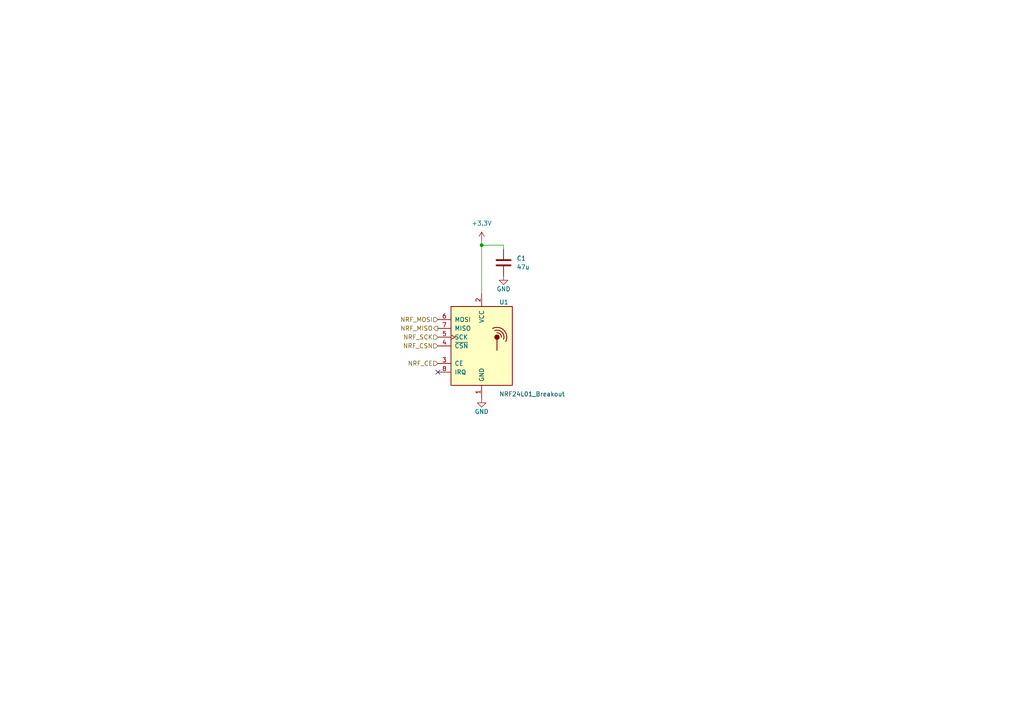
<source format=kicad_sch>
(kicad_sch (version 20230121) (generator eeschema)
  (paper "A4")
  (lib_symbols
    (symbol "Device:C" (pin_numbers hide) (pin_names (offset 0.254))
      (property "Reference" "C" (at 0.635 2.54 0))
      (property "Value" "C" (at 0.635 -2.54 0))
      (symbol "C_0_1"
        (polyline (pts (xy -2.032 -0.762) (xy 2.032 -0.762)) (stroke (width 0.508)))
        (polyline (pts (xy -2.032 0.762) (xy 2.032 0.762)) (stroke (width 0.508)))
      )
      (symbol "C_1_1"
        (pin passive line (at 0 3.81 270) (length 2.794) (name "~") (number "1"))
        (pin passive line (at 0 -3.81 90) (length 2.794) (name "~") (number "2"))
      )
    )
    (symbol "RF:NRF24L01_Breakout" (pin_names (offset 1.016))
      (property "Reference" "U" (at -8.89 12.7 0))
      (property "Value" "NRF24L01_Breakout" (at 3.81 12.7 0))
      (symbol "NRF24L01_Breakout_0_1"
        (rectangle (start -8.89 11.43) (end 8.89 -11.43) (stroke (width 0.254)) (fill (type background)))
        (polyline (pts (xy 4.445 1.905) (xy 4.445 -1.27)) (stroke (width 0.254)))
        (circle (center 4.445 2.54) (radius 0.635) (stroke (width 0.254)) (fill (type outline)))
        (arc (start 5.715 2.54) (mid 5.3521 3.4546) (end 4.445 3.81) (stroke (width 0.254)))
        (arc (start 6.35 1.905) (mid 5.8763 3.9854) (end 3.81 4.445) (stroke (width 0.254)))
        (arc (start 6.985 1.27) (mid 6.453 4.548) (end 3.175 5.08) (stroke (width 0.254)))
      )
      (symbol "NRF24L01_Breakout_1_1"
        (pin power_in line (at 0 -15.24 90) (length 3.81) (name "GND") (number "1"))
        (pin power_in line (at 0 15.24 270) (length 3.81) (name "VCC") (number "2"))
        (pin input line (at -12.7 -5.08 0) (length 3.81) (name "CE") (number "3"))
        (pin input line (at -12.7 0 0) (length 3.81) (name "~{CSN}") (number "4"))
        (pin input clock (at -12.7 2.54 0) (length 3.81) (name "SCK") (number "5"))
        (pin input line (at -12.7 7.62 0) (length 3.81) (name "MOSI") (number "6"))
        (pin output line (at -12.7 5.08 0) (length 3.81) (name "MISO") (number "7"))
        (pin output line (at -12.7 -7.62 0) (length 3.81) (name "IRQ") (number "8"))
      )
    )
    (symbol "power:+3.3V" (power) (pin_names (offset 0))
      (property "Value" "+3.3V" (at 0 3.556 0))
      (symbol "+3.3V_0_1"
        (polyline (pts (xy -0.762 1.27) (xy 0 2.54)))
        (polyline (pts (xy 0 0) (xy 0 2.54)))
        (polyline (pts (xy 0 2.54) (xy 0.762 1.27)))
      )
      (symbol "+3.3V_1_1"
        (pin power_in line (at 0 0 90) (length 0) hide (name "+3.3V") (number "1"))
      )
    )
    (symbol "power:GND" (power) (pin_names (offset 0))
      (property "Value" "GND" (at 0 -3.81 0))
      (symbol "GND_0_1"
        (polyline (pts (xy 0 0) (xy 0 -1.27) (xy 1.27 -1.27) (xy 0 -2.54) (xy -1.27 -1.27) (xy 0 -1.27)))
      )
      (symbol "GND_1_1"
        (pin power_in line (at 0 0 270) (length 0) hide (name "GND") (number "1"))
      )
    )
  )
  (junction (at 139.7 71.12))
  (no_connect (at 127 107.95))
  (wire (pts (xy 139.7 69.85) (xy 139.7 71.12)))
  (wire (pts (xy 146.05 71.12) (xy 146.05 72.39)))
  (wire (pts (xy 139.7 71.12) (xy 146.05 71.12)))
  (wire (pts (xy 139.7 71.12) (xy 139.7 85.09)))
  (hierarchical_label "NRF_MOSI" (shape input) (at 127 92.71 180))
  (hierarchical_label "NRF_MISO" (shape output) (at 127 95.25 180))
  (hierarchical_label "NRF_SCK" (shape input) (at 127 97.79 180))
  (hierarchical_label "NRF_CE" (shape input) (at 127 105.41 180))
  (hierarchical_label "NRF_CSN" (shape input) (at 127 100.33 180))
  (symbol (lib_id "RF:NRF24L01_Breakout") (at 139.7 100.33 0) (unit 1)
    (property "Reference" "U1" (at 144.78 87.63 0) (effects (justify left)))
    (property "Value" "NRF24L01_Breakout" (at 144.78 114.3 0) (effects (justify left)))
    (property "Footprint" "RF_Module:nRF24L01_Breakout" (effects hide))
    (property "Datasheet" "http://www.nordicsemi.com/eng/content/download/2730/34105/file/nRF24L01_Product_Specification_v2_0.pdf" (effects hide))
    (instances (project "electrium-esc-v2" (path "" (reference "U1") (unit 1))) (project "electrium-esc" (path "" (reference "U5") (unit 1))))
  )
  (symbol (lib_id "power:GND") (at 146.05 80.01 0) (unit 1)
    (property "Reference" "#PWR03" (effects hide))
    (property "Value" "GND" (at 146.05 83.82 0))
    (instances (project "electrium-esc-v2" (path "" (reference "#PWR03") (unit 1))) (project "electrium-esc" (path "" (reference "#PWR072") (unit 1))))
  )
  (symbol (lib_id "Device:C") (at 146.05 76.2 0) (unit 1)
    (property "Reference" "C1" (at 149.86 74.9299 0) (effects (justify left)))
    (property "Value" "47u" (at 149.86 77.4699 0) (effects (justify left)))
    (property "Footprint" "Capacitor_THT:CP_Radial_D4.0mm_P1.50mm" (effects hide))
    (instances (project "electrium-esc-v2" (path "" (reference "C1") (unit 1))) (project "electrium-esc" (path "" (reference "C75") (unit 1))))
  )
  (symbol (lib_id "power:+3.3V") (at 139.7 69.85 0) (unit 1)
    (property "Reference" "#PWR01" (effects hide))
    (property "Value" "+3.3V" (at 139.7 64.77 0))
    (instances (project "electrium-esc-v2" (path "" (reference "#PWR01") (unit 1))) (project "electrium-esc" (path "" (reference "#PWR071") (unit 1))))
  )
  (symbol (lib_id "power:GND") (at 139.7 115.57 0) (unit 1)
    (property "Reference" "#PWR02" (effects hide))
    (property "Value" "GND" (at 139.7 119.38 0))
    (instances (project "electrium-esc-v2" (path "" (reference "#PWR02") (unit 1))) (project "electrium-esc" (path "" (reference "#PWR073") (unit 1))))
  )
)
</source>
